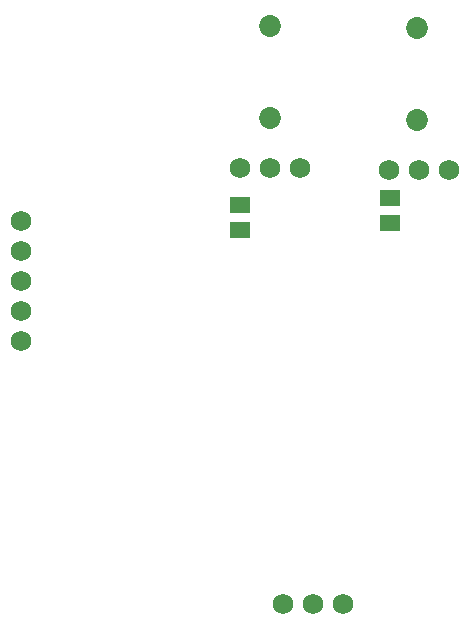
<source format=gts>
G04*
G04 #@! TF.GenerationSoftware,Altium Limited,Altium Designer,25.1.2 (22)*
G04*
G04 Layer_Color=8388736*
%FSLAX44Y44*%
%MOMM*%
G71*
G04*
G04 #@! TF.SameCoordinates,396CCE72-0539-44A8-A966-444F56D6D9DB*
G04*
G04*
G04 #@! TF.FilePolarity,Negative*
G04*
G01*
G75*
%ADD13R,1.7032X1.4032*%
%ADD14C,1.7272*%
%ADD15C,1.8532*%
D13*
X716280Y741680D02*
D03*
Y762680D02*
D03*
X843280Y747690D02*
D03*
Y768690D02*
D03*
D14*
X530860Y749300D02*
D03*
Y723900D02*
D03*
Y647700D02*
D03*
Y673100D02*
D03*
Y698500D02*
D03*
X716280Y793750D02*
D03*
X767080D02*
D03*
X741680D02*
D03*
X842010Y792480D02*
D03*
X892810D02*
D03*
X867410D02*
D03*
X752220Y424934D02*
D03*
X803020D02*
D03*
X777620D02*
D03*
D15*
X741680Y914030D02*
D03*
Y836030D02*
D03*
X866140Y912760D02*
D03*
Y834760D02*
D03*
M02*

</source>
